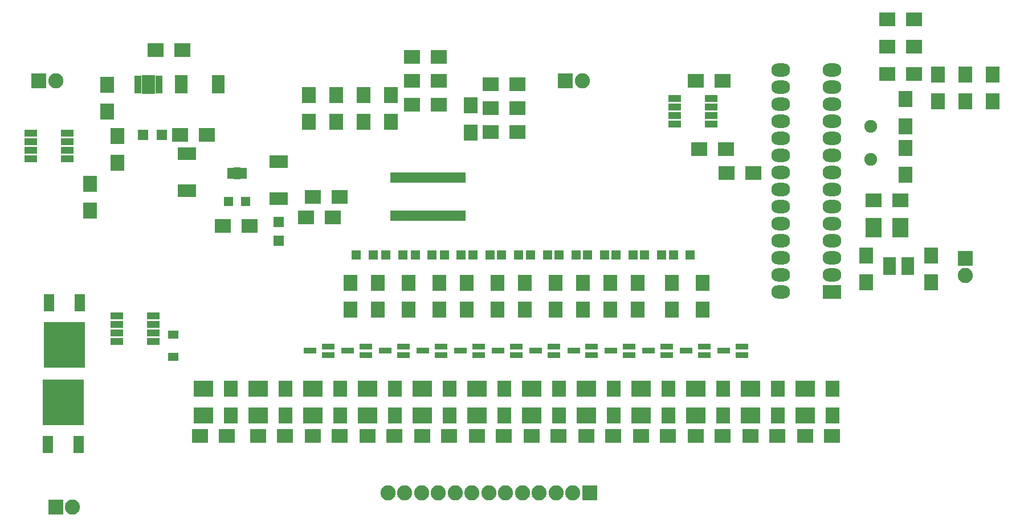
<source format=gbr>
G04 #@! TF.FileFunction,Soldermask,Top*
%FSLAX46Y46*%
G04 Gerber Fmt 4.6, Leading zero omitted, Abs format (unit mm)*
G04 Created by KiCad (PCBNEW 4.0.6) date 09/27/17 00:39:41*
%MOMM*%
%LPD*%
G01*
G04 APERTURE LIST*
%ADD10C,0.100000*%
%ADD11R,2.000000X2.400000*%
%ADD12R,2.400000X2.000000*%
%ADD13R,1.500000X1.500000*%
%ADD14R,1.400000X1.400000*%
%ADD15R,2.400000X2.100000*%
%ADD16R,2.100000X2.400000*%
%ADD17R,2.250000X2.250000*%
%ADD18C,2.250000*%
%ADD19R,1.900000X2.800000*%
%ADD20R,2.800000X1.900000*%
%ADD21R,1.900000X0.850000*%
%ADD22R,1.600000X2.600000*%
%ADD23R,6.200000X6.800000*%
%ADD24R,2.900000X2.400000*%
%ADD25R,1.100000X0.650000*%
%ADD26R,1.010000X1.110000*%
%ADD27R,1.050000X0.700000*%
%ADD28R,1.175000X1.640000*%
%ADD29R,0.685000X1.500000*%
%ADD30R,2.800000X2.000000*%
%ADD31O,2.800000X2.000000*%
%ADD32R,1.960000X0.800000*%
%ADD33C,1.900000*%
%ADD34R,1.950000X1.000000*%
%ADD35R,1.600000X1.300000*%
%ADD36R,2.400000X2.900000*%
G04 APERTURE END LIST*
D10*
D11*
X87884000Y-64548000D03*
X87884000Y-68548000D03*
D12*
X98711000Y-72009000D03*
X102711000Y-72009000D03*
X99028000Y-59436000D03*
X95028000Y-59436000D03*
X105066080Y-85587840D03*
X109066080Y-85587840D03*
X121405400Y-84328000D03*
X117405400Y-84328000D03*
X144812000Y-71628000D03*
X148812000Y-71628000D03*
X144812000Y-64516000D03*
X148812000Y-64516000D03*
X144812000Y-68072000D03*
X148812000Y-68072000D03*
X201708000Y-81788000D03*
X205708000Y-81788000D03*
D11*
X206502000Y-73946000D03*
X206502000Y-77946000D03*
X206502000Y-70707000D03*
X206502000Y-66707000D03*
D12*
X175800000Y-74168000D03*
X179800000Y-74168000D03*
D11*
X200660000Y-89948000D03*
X200660000Y-93948000D03*
X85344000Y-79280000D03*
X85344000Y-83280000D03*
X89408000Y-76168000D03*
X89408000Y-72168000D03*
D12*
X183864000Y-77724000D03*
X179864000Y-77724000D03*
D13*
X96015000Y-72009000D03*
X93215000Y-72009000D03*
D14*
X105902440Y-81899760D03*
X108402440Y-81899760D03*
D13*
X113309400Y-84960000D03*
X113309400Y-87760000D03*
D14*
X124886400Y-89852500D03*
X127386400Y-89852500D03*
X129267900Y-89852500D03*
X131767900Y-89852500D03*
D15*
X101657400Y-116840000D03*
X105657400Y-116840000D03*
X110293400Y-116840000D03*
X114293400Y-116840000D03*
D14*
X133649400Y-89852500D03*
X136149400Y-89852500D03*
X137967400Y-89916000D03*
X140467400Y-89916000D03*
X142221900Y-89916000D03*
X144721900Y-89916000D03*
X146476400Y-89916000D03*
X148976400Y-89916000D03*
X150794400Y-89916000D03*
X153294400Y-89916000D03*
D15*
X118421400Y-116840000D03*
X122421400Y-116840000D03*
X126549400Y-116840000D03*
X130549400Y-116840000D03*
X134677400Y-116840000D03*
X138677400Y-116840000D03*
X142805400Y-116840000D03*
X146805400Y-116840000D03*
X150933400Y-116840000D03*
X154933400Y-116840000D03*
D14*
X155048900Y-89916000D03*
X157548900Y-89916000D03*
X159239900Y-89916000D03*
X161739900Y-89916000D03*
X163494400Y-89916000D03*
X165994400Y-89916000D03*
X167748900Y-89916000D03*
X170248900Y-89916000D03*
X172003400Y-89916000D03*
X174503400Y-89916000D03*
D15*
X159061400Y-116840000D03*
X163061400Y-116840000D03*
X167189400Y-116840000D03*
X171189400Y-116840000D03*
X175317400Y-116840000D03*
X179317400Y-116840000D03*
X183445400Y-116840000D03*
X187445400Y-116840000D03*
X191573400Y-116840000D03*
X195573400Y-116840000D03*
D16*
X211328000Y-67024000D03*
X211328000Y-63024000D03*
X215392000Y-67024000D03*
X215392000Y-63024000D03*
X219456000Y-67024000D03*
X219456000Y-63024000D03*
D17*
X155956000Y-64008000D03*
D18*
X158456000Y-64008000D03*
D19*
X104350000Y-64516000D03*
X98850000Y-64516000D03*
D20*
X99695000Y-74847000D03*
X99695000Y-80347000D03*
X113309400Y-75990000D03*
X113309400Y-81490000D03*
D21*
X120710000Y-104790000D03*
X120710000Y-103490000D03*
X118050000Y-104140000D03*
X126298000Y-104790000D03*
X126298000Y-103490000D03*
X123638000Y-104140000D03*
X131886000Y-104790000D03*
X131886000Y-103490000D03*
X129226000Y-104140000D03*
X137474000Y-104790000D03*
X137474000Y-103490000D03*
X134814000Y-104140000D03*
X143062000Y-104790000D03*
X143062000Y-103490000D03*
X140402000Y-104140000D03*
X148650000Y-104790000D03*
X148650000Y-103490000D03*
X145990000Y-104140000D03*
X154238000Y-104790000D03*
X154238000Y-103490000D03*
X151578000Y-104140000D03*
X159861560Y-104782380D03*
X159861560Y-103482380D03*
X157201560Y-104132380D03*
X165414000Y-104790000D03*
X165414000Y-103490000D03*
X162754000Y-104140000D03*
X171002000Y-104790000D03*
X171002000Y-103490000D03*
X168342000Y-104140000D03*
X176590000Y-104790000D03*
X176590000Y-103490000D03*
X173930000Y-104140000D03*
X182178000Y-104790000D03*
X182178000Y-103490000D03*
X179518000Y-104140000D03*
D22*
X79076200Y-118093600D03*
X83636200Y-118093600D03*
D23*
X81356200Y-111793600D03*
D16*
X130048000Y-70072000D03*
X130048000Y-66072000D03*
X141846300Y-71646800D03*
X141846300Y-67646800D03*
X125984000Y-70072000D03*
X125984000Y-66072000D03*
X121920000Y-70072000D03*
X121920000Y-66072000D03*
X117856000Y-70072000D03*
X117856000Y-66072000D03*
D15*
X118421400Y-81280000D03*
X122421400Y-81280000D03*
X137128000Y-64008000D03*
X133128000Y-64008000D03*
X137128000Y-67564000D03*
X133128000Y-67564000D03*
X137128000Y-60452000D03*
X133128000Y-60452000D03*
D16*
X176301400Y-98012000D03*
X176301400Y-94012000D03*
X123977400Y-98012000D03*
X123977400Y-94012000D03*
X128041400Y-98012000D03*
X128041400Y-94012000D03*
D24*
X102133400Y-109760000D03*
X102133400Y-113760000D03*
X110261400Y-109760000D03*
X110261400Y-113760000D03*
D16*
X106197400Y-109760000D03*
X106197400Y-113760000D03*
X114325400Y-109760000D03*
X114325400Y-113760000D03*
X132613400Y-98012000D03*
X132613400Y-94012000D03*
X137185400Y-98012000D03*
X137185400Y-94012000D03*
X141249400Y-98012000D03*
X141249400Y-94012000D03*
X145821400Y-98012000D03*
X145821400Y-94012000D03*
X149885400Y-98012000D03*
X149885400Y-94012000D03*
D24*
X118389400Y-109760000D03*
X118389400Y-113760000D03*
X126517400Y-109760000D03*
X126517400Y-113760000D03*
X134645400Y-109760000D03*
X134645400Y-113760000D03*
X142773400Y-109760000D03*
X142773400Y-113760000D03*
X150901400Y-109760000D03*
X150901400Y-113760000D03*
D16*
X122453400Y-109760000D03*
X122453400Y-113760000D03*
X130581400Y-109760000D03*
X130581400Y-113760000D03*
X138709400Y-109760000D03*
X138709400Y-113760000D03*
X146837400Y-109760000D03*
X146837400Y-113760000D03*
X154965400Y-109760000D03*
X154965400Y-113760000D03*
X154457400Y-98012000D03*
X154457400Y-94012000D03*
X158521400Y-98012000D03*
X158521400Y-94012000D03*
X162585400Y-98012000D03*
X162585400Y-94012000D03*
X166649400Y-98012000D03*
X166649400Y-94012000D03*
X171729400Y-98012000D03*
X171729400Y-94012000D03*
D24*
X159029400Y-109760000D03*
X159029400Y-113760000D03*
X167157400Y-109760000D03*
X167157400Y-113760000D03*
X175285400Y-109760000D03*
X175285400Y-113760000D03*
X183413400Y-109760000D03*
X183413400Y-113760000D03*
X191541400Y-109760000D03*
X191541400Y-113760000D03*
D16*
X163093400Y-109760000D03*
X163093400Y-113760000D03*
X171221400Y-109760000D03*
X171221400Y-113760000D03*
X179349400Y-109760000D03*
X179349400Y-113760000D03*
X187477400Y-109760000D03*
X187477400Y-113760000D03*
X195605400Y-109760000D03*
X195605400Y-113760000D03*
D15*
X179292000Y-64008000D03*
X175292000Y-64008000D03*
D16*
X210312000Y-89948000D03*
X210312000Y-93948000D03*
D15*
X207740000Y-62992000D03*
X203740000Y-62992000D03*
X207740000Y-58928000D03*
X203740000Y-58928000D03*
X207740000Y-54864000D03*
X203740000Y-54864000D03*
D25*
X106263000Y-77224000D03*
X106263000Y-77724000D03*
X106263000Y-78224000D03*
X108113000Y-78224000D03*
X108113000Y-77724000D03*
X108113000Y-77224000D03*
D26*
X107188000Y-78079000D03*
X107188000Y-77369000D03*
D27*
X92430000Y-63516000D03*
X92430000Y-64016000D03*
X92430000Y-64516000D03*
X92430000Y-65016000D03*
X92430000Y-65516000D03*
X95530000Y-65516000D03*
X95530000Y-65016000D03*
X95530000Y-64516000D03*
X95530000Y-64016000D03*
X95530000Y-63516000D03*
D28*
X94367500Y-65136000D03*
X94367500Y-63896000D03*
X93592500Y-65136000D03*
X93592500Y-63896000D03*
D29*
X130284400Y-84066500D03*
X130784400Y-84066500D03*
X131284400Y-84066500D03*
X131784400Y-84066500D03*
X132284400Y-84066500D03*
X132784400Y-84066500D03*
X133284400Y-84066500D03*
X133784400Y-84066500D03*
X134284400Y-84066500D03*
X134784400Y-84066500D03*
X135284400Y-84066500D03*
X135784400Y-84066500D03*
X136284400Y-84066500D03*
X136784400Y-84066500D03*
X137284400Y-84066500D03*
X137784400Y-84066500D03*
X138284400Y-84066500D03*
X138784400Y-84066500D03*
X139284400Y-84066500D03*
X140784400Y-78366500D03*
X140284400Y-78366500D03*
X139784400Y-78366500D03*
X139284400Y-78366500D03*
X138784400Y-78366500D03*
X138284400Y-78366500D03*
X137784400Y-78366500D03*
X137284400Y-78366500D03*
X136784400Y-78366500D03*
X136284400Y-78366500D03*
X135784400Y-78366500D03*
X135284400Y-78366500D03*
X134784400Y-78366500D03*
X134284400Y-78366500D03*
X133784400Y-78366500D03*
X133284400Y-78366500D03*
X139784400Y-84066500D03*
X140284400Y-84066500D03*
X140784400Y-84066500D03*
X132784400Y-78366500D03*
X132284400Y-78366500D03*
X131784400Y-78366500D03*
X131284400Y-78366500D03*
X130784400Y-78366500D03*
X130284400Y-78366500D03*
D30*
X195580000Y-95377000D03*
D31*
X187960000Y-62357000D03*
X195580000Y-92837000D03*
X187960000Y-64897000D03*
X195580000Y-90297000D03*
X187960000Y-67437000D03*
X195580000Y-87757000D03*
X187960000Y-69977000D03*
X195580000Y-85217000D03*
X187960000Y-72517000D03*
X195580000Y-82677000D03*
X187960000Y-75057000D03*
X195580000Y-80137000D03*
X187960000Y-77597000D03*
X195580000Y-77597000D03*
X187960000Y-80137000D03*
X195580000Y-75057000D03*
X187960000Y-82677000D03*
X195580000Y-72517000D03*
X187960000Y-85217000D03*
X195580000Y-69977000D03*
X187960000Y-87757000D03*
X195580000Y-67437000D03*
X187960000Y-90297000D03*
X195580000Y-64897000D03*
X187960000Y-92837000D03*
X195580000Y-62357000D03*
X187960000Y-95377000D03*
D32*
X204125840Y-90581920D03*
X204125840Y-91231920D03*
X204125840Y-91891920D03*
X204125840Y-92541920D03*
X206825840Y-92541920D03*
X206825840Y-91891920D03*
X206825840Y-91231920D03*
X206825840Y-90581920D03*
D33*
X201295000Y-70739000D03*
X201295000Y-75619000D03*
D22*
X83763200Y-96993600D03*
X79203200Y-96993600D03*
D23*
X81483200Y-103293600D03*
D34*
X76548000Y-71755000D03*
X76548000Y-73025000D03*
X76548000Y-74295000D03*
X76548000Y-75565000D03*
X81948000Y-75565000D03*
X81948000Y-74295000D03*
X81948000Y-73025000D03*
X81948000Y-71755000D03*
D17*
X159575500Y-125260100D03*
D18*
X157075500Y-125260100D03*
X154575500Y-125260100D03*
X152075500Y-125260100D03*
X149575500Y-125260100D03*
X147075500Y-125260100D03*
X144575500Y-125260100D03*
X142075500Y-125260100D03*
X139575500Y-125260100D03*
X137075500Y-125260100D03*
X134575500Y-125260100D03*
X132075500Y-125260100D03*
X129575500Y-125260100D03*
D17*
X215392000Y-90424000D03*
D18*
X215392000Y-92924000D03*
D17*
X80238600Y-127355600D03*
D18*
X82738600Y-127355600D03*
D17*
X77724000Y-64008000D03*
D18*
X80224000Y-64008000D03*
D34*
X172194240Y-66629280D03*
X172194240Y-67899280D03*
X172194240Y-69169280D03*
X172194240Y-70439280D03*
X177594240Y-70439280D03*
X177594240Y-69169280D03*
X177594240Y-67899280D03*
X177594240Y-66629280D03*
D35*
X97713800Y-101702600D03*
X97713800Y-105002600D03*
D34*
X89298800Y-98907600D03*
X89298800Y-100177600D03*
X89298800Y-101447600D03*
X89298800Y-102717600D03*
X94698800Y-102717600D03*
X94698800Y-101447600D03*
X94698800Y-100177600D03*
X94698800Y-98907600D03*
D36*
X201708000Y-85775800D03*
X205708000Y-85775800D03*
M02*

</source>
